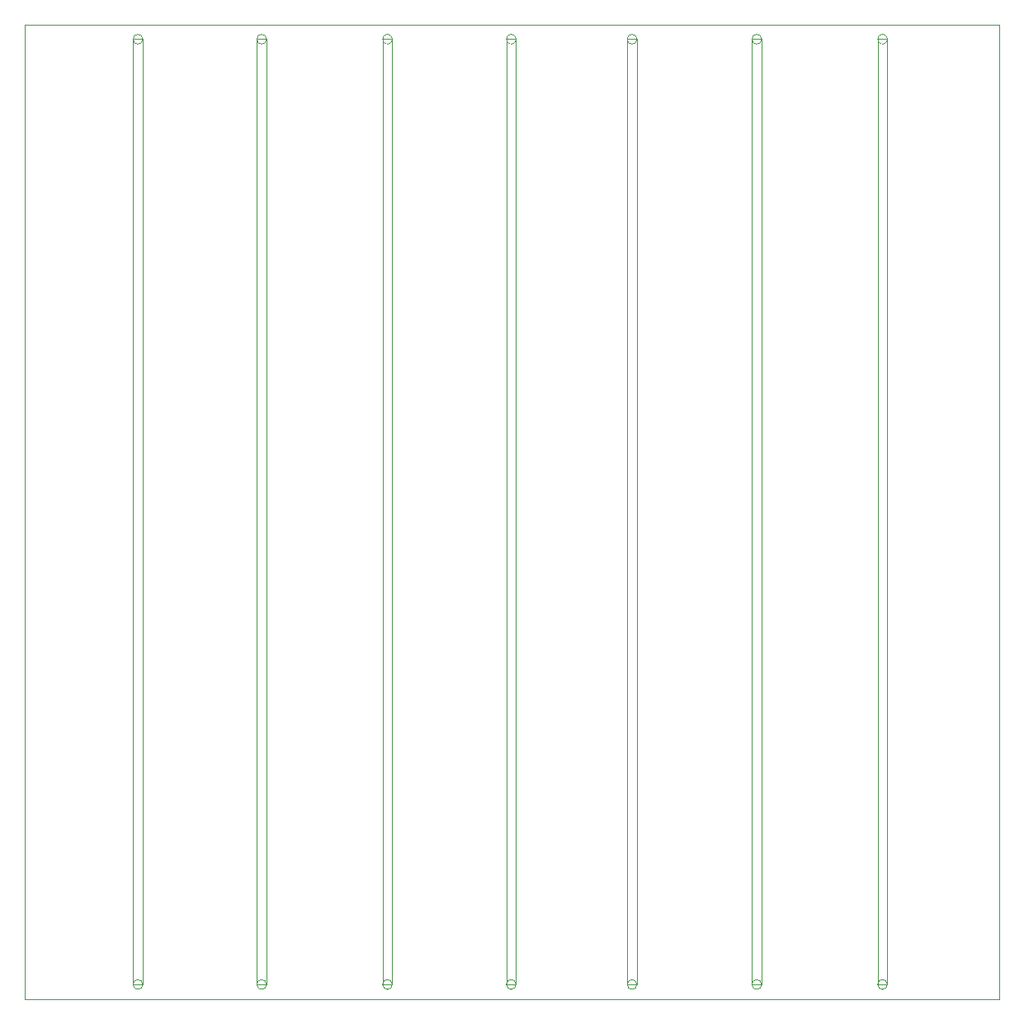
<source format=gm1>
G04 #@! TF.FileFunction,Profile,NP*
%FSLAX46Y46*%
G04 Gerber Fmt 4.6, Leading zero omitted, Abs format (unit mm)*
G04 Created by KiCad (PCBNEW 4.0.7+dfsg1-1) date Mon Nov 20 21:48:08 2017*
%MOMM*%
%LPD*%
G01*
G04 APERTURE LIST*
%ADD10C,0.100000*%
G04 APERTURE END LIST*
D10*
X138500000Y-148500000D02*
G75*
G03X138500000Y-148500000I-500000J0D01*
G01*
X138500000Y-148500000D02*
X137500000Y-148500000D01*
X138500000Y-51500000D02*
X138500000Y-148500000D01*
X137500000Y-148500000D02*
X137500000Y-51500000D01*
X137500000Y-51500000D02*
X138500000Y-51500000D01*
X138500000Y-51500000D02*
G75*
G03X138500000Y-51500000I-500000J0D01*
G01*
X125600000Y-148500000D02*
G75*
G03X125600000Y-148500000I-500000J0D01*
G01*
X125600000Y-148500000D02*
X124600000Y-148500000D01*
X125600000Y-51500000D02*
X125600000Y-148500000D01*
X124600000Y-148500000D02*
X124600000Y-51500000D01*
X124600000Y-51500000D02*
X125600000Y-51500000D01*
X125600000Y-51500000D02*
G75*
G03X125600000Y-51500000I-500000J0D01*
G01*
X112800000Y-148500000D02*
G75*
G03X112800000Y-148500000I-500000J0D01*
G01*
X112800000Y-148500000D02*
X111800000Y-148500000D01*
X112800000Y-51500000D02*
X112800000Y-148500000D01*
X111800000Y-148500000D02*
X111800000Y-51500000D01*
X111800000Y-51500000D02*
X112800000Y-51500000D01*
X112800000Y-51500000D02*
G75*
G03X112800000Y-51500000I-500000J0D01*
G01*
X100400000Y-148500000D02*
G75*
G03X100400000Y-148500000I-500000J0D01*
G01*
X100400000Y-148500000D02*
X99400000Y-148500000D01*
X100400000Y-51500000D02*
X100400000Y-148500000D01*
X99400000Y-148500000D02*
X99400000Y-51500000D01*
X99400000Y-51500000D02*
X100400000Y-51500000D01*
X100400000Y-51500000D02*
G75*
G03X100400000Y-51500000I-500000J0D01*
G01*
X87700000Y-148500000D02*
G75*
G03X87700000Y-148500000I-500000J0D01*
G01*
X87700000Y-148500000D02*
X86700000Y-148500000D01*
X87700000Y-51500000D02*
X87700000Y-148500000D01*
X86700000Y-148500000D02*
X86700000Y-51500000D01*
X86700000Y-51500000D02*
X87700000Y-51500000D01*
X87700000Y-51500000D02*
G75*
G03X87700000Y-51500000I-500000J0D01*
G01*
X74800000Y-148500000D02*
G75*
G03X74800000Y-148500000I-500000J0D01*
G01*
X74800000Y-148500000D02*
X73800000Y-148500000D01*
X74800000Y-51500000D02*
X74800000Y-148500000D01*
X73800000Y-148500000D02*
X73800000Y-51500000D01*
X73800000Y-51500000D02*
X74800000Y-51500000D01*
X74800000Y-51500000D02*
G75*
G03X74800000Y-51500000I-500000J0D01*
G01*
X62100000Y-148500000D02*
X61100000Y-148500000D01*
X62100000Y-51500000D02*
X62100000Y-148500000D01*
X61100000Y-51500000D02*
X62100000Y-51500000D01*
X61100000Y-148500000D02*
X61100000Y-51500000D01*
X62100000Y-148500000D02*
G75*
G03X62100000Y-148500000I-500000J0D01*
G01*
X62100000Y-51500000D02*
G75*
G03X62100000Y-51500000I-500000J0D01*
G01*
X50000000Y-50000000D02*
X50000000Y-150000000D01*
X150000000Y-150000000D02*
X150000000Y-50000000D01*
X150000000Y-50000000D02*
X50000000Y-50000000D01*
X50000000Y-150000000D02*
X150000000Y-150000000D01*
M02*

</source>
